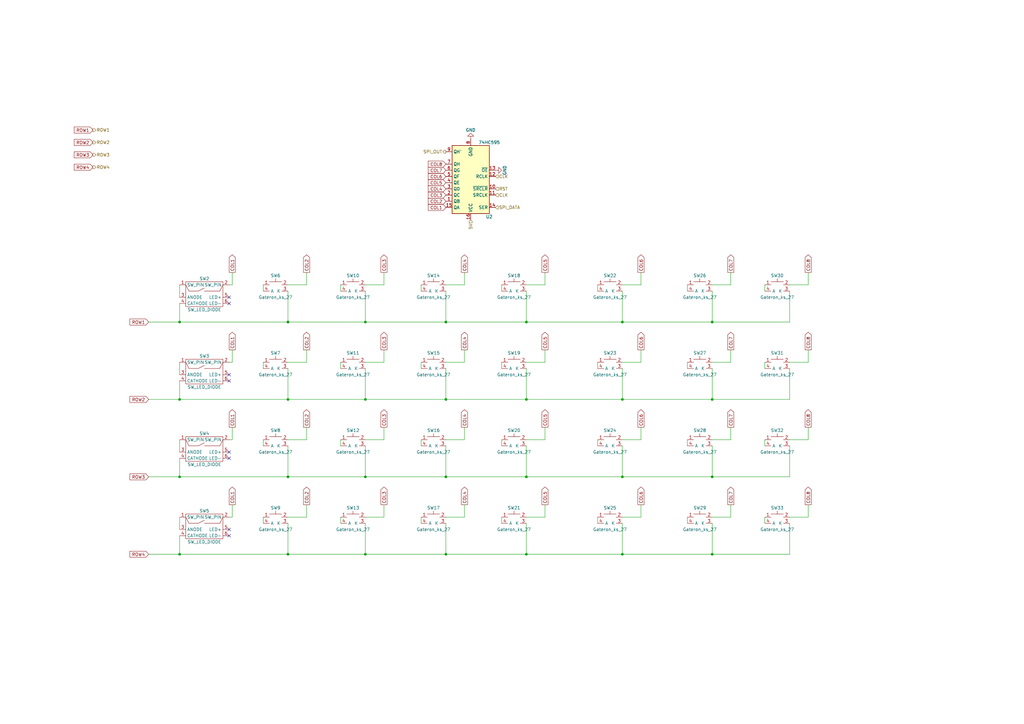
<source format=kicad_sch>
(kicad_sch (version 20211123) (generator eeschema)
  (paper "A3")
  (lib_symbols
    (symbol "74xx:74HC595"
      (property "Reference" "U" (at -7.62 13.97 0))
      (property "Value" "74HC595" (at -7.62 -16.51 0))
      (symbol "74HC595_1_0"
        (pin tri_state line (at 10.16 7.62 180) (length 2.54) (name "QB") (number "1"))
        (pin input line (at -10.16 2.54 0) (length 2.54) (name "~{SRCLR}") (number "10"))
        (pin input line (at -10.16 5.08 0) (length 2.54) (name "SRCLK") (number "11"))
        (pin input line (at -10.16 -2.54 0) (length 2.54) (name "RCLK") (number "12"))
        (pin input line (at -10.16 -5.08 0) (length 2.54) (name "~{OE}") (number "13"))
        (pin input line (at -10.16 10.16 0) (length 2.54) (name "SER") (number "14"))
        (pin tri_state line (at 10.16 10.16 180) (length 2.54) (name "QA") (number "15"))
        (pin power_in line (at 0 15.24 270) (length 2.54) (name "VCC") (number "16"))
        (pin tri_state line (at 10.16 5.08 180) (length 2.54) (name "QC") (number "2"))
        (pin tri_state line (at 10.16 2.54 180) (length 2.54) (name "QD") (number "3"))
        (pin tri_state line (at 10.16 0 180) (length 2.54) (name "QE") (number "4"))
        (pin tri_state line (at 10.16 -2.54 180) (length 2.54) (name "QF") (number "5"))
        (pin tri_state line (at 10.16 -5.08 180) (length 2.54) (name "QG") (number "6"))
        (pin tri_state line (at 10.16 -7.62 180) (length 2.54) (name "QH") (number "7"))
        (pin power_in line (at 0 -17.78 90) (length 2.54) (name "GND") (number "8"))
        (pin output line (at 10.16 -12.7 180) (length 2.54) (name "QH'") (number "9"))
      )
      (symbol "74HC595_1_1"
        (rectangle (start -7.62 12.7) (end 7.62 -15.24) (stroke (width 0.254)) (fill (type background)))
      )
    )
    (symbol "Keyboard:Gateron_ks_27"
      (property "Reference" "SW" (at 5.08 3.81 0))
      (property "Value" "Gateron_ks_27" (at 5.08 -5.08 0))
      (symbol "Gateron_ks_27_0_1"
        (rectangle (start 2.54 1.27) (end 7.62 1.27))
        (rectangle (start 5.08 2.54) (end 5.08 1.27))
      )
      (symbol "Gateron_ks_27_1_1"
        (pin passive line (at 0 0 0) (length 2.54) (name "") (number "1"))
        (pin passive line (at 10.16 0 180) (length 2.54) (name "") (number "2"))
        (pin passive line (at 10.16 -2.54 180) (length 2.54) (name "K") (number "3"))
        (pin passive line (at 0 -2.54 0) (length 2.54) (name "A") (number "4"))
      )
    )
    (symbol "Keyboard:SW_LED_DIODE"
      (property "Reference" "SW" (at 0 0 0))
      (property "Value" "SW_LED_DIODE" (at 0 -12.7 0))
      (symbol "SW_LED_DIODE_0_1"
        (polyline (pts (xy 0 -5.08) (xy 6.35 -5.08) (xy 7.62 -2.54)))
        (polyline (pts (xy -7.62 -2.54) (xy -6.35 -5.08) (xy -2.54 -5.08) (xy 0 -3.81)))
        (polyline (pts (xy -7.62 -1.27) (xy -7.62 -11.43) (xy 7.62 -11.43) (xy 7.62 -1.27) (xy -7.62 -1.27)))
      )
      (symbol "SW_LED_DIODE_1_1"
        (pin passive line (at -10.16 -2.54 0) (length 2.54) (name "SW_PIN") (number "1"))
        (pin passive line (at 10.16 -2.54 180) (length 2.54) (name "SW_PIN") (number "2"))
        (pin passive line (at -10.16 -7.62 0) (length 2.54) (name "ANODE") (number "3"))
        (pin passive line (at -10.16 -10.16 0) (length 2.54) (name "CATHODE") (number "4"))
        (pin passive line (at 10.16 -7.62 180) (length 2.54) (name "LED+") (number "5"))
        (pin passive line (at 10.16 -10.16 180) (length 2.54) (name "LED-") (number "6"))
      )
    )
    (symbol "power:GND" (power) (pin_names (offset 0))
      (property "Value" "GND" (at 0 -3.81 0))
      (symbol "GND_0_1"
        (polyline (pts (xy 0 0) (xy 0 -1.27) (xy 1.27 -1.27) (xy 0 -2.54) (xy -1.27 -1.27) (xy 0 -1.27)))
      )
      (symbol "GND_1_1"
        (pin power_in line (at 0 0 270) (length 0) hide (name "GND") (number "1"))
      )
    )
  )
  (junction (at 292.1 132.08))
  (junction (at 215.9 195.58))
  (junction (at 149.86 195.58))
  (junction (at 215.9 163.83))
  (junction (at 118.11 132.08))
  (junction (at 73.66 227.33))
  (junction (at 182.88 195.58))
  (junction (at 255.27 163.83))
  (junction (at 149.86 227.33))
  (junction (at 255.27 195.58))
  (junction (at 149.86 132.08))
  (junction (at 182.88 163.83))
  (junction (at 215.9 132.08))
  (junction (at 149.86 163.83))
  (junction (at 255.27 227.33))
  (junction (at 73.66 195.58))
  (junction (at 292.1 163.83))
  (junction (at 292.1 227.33))
  (junction (at 215.9 227.33))
  (junction (at 292.1 195.58))
  (junction (at 73.66 163.83))
  (junction (at 73.66 132.08))
  (junction (at 255.27 132.08))
  (junction (at 118.11 227.33))
  (junction (at 118.11 163.83))
  (junction (at 182.88 132.08))
  (junction (at 182.88 227.33))
  (junction (at 118.11 195.58))
  (no_connect (at 93.98 124.46))
  (no_connect (at 93.98 187.96))
  (no_connect (at 93.98 121.92))
  (no_connect (at 93.98 217.17))
  (no_connect (at 93.98 219.71))
  (no_connect (at 93.98 185.42))
  (no_connect (at 93.98 153.67))
  (no_connect (at 93.98 156.21))
  (wire (pts (xy 149.86 227.33) (xy 118.11 227.33)))
  (wire (pts (xy 245.11 148.59) (xy 245.11 151.13)))
  (wire (pts (xy 139.7 116.84) (xy 139.7 119.38)))
  (wire (pts (xy 182.88 212.09) (xy 190.5 212.09)))
  (wire (pts (xy 107.95 148.59) (xy 107.95 151.13)))
  (wire (pts (xy 149.86 132.08) (xy 182.88 132.08)))
  (wire (pts (xy 281.94 116.84) (xy 281.94 119.38)))
  (wire (pts (xy 281.94 212.09) (xy 281.94 214.63)))
  (wire (pts (xy 255.27 119.38) (xy 255.27 132.08)))
  (wire (pts (xy 323.85 180.34) (xy 331.47 180.34)))
  (wire (pts (xy 323.85 116.84) (xy 331.47 116.84)))
  (wire (pts (xy 125.73 148.59) (xy 125.73 143.51)))
  (wire (pts (xy 215.9 214.63) (xy 215.9 227.33)))
  (wire (pts (xy 299.72 116.84) (xy 299.72 111.76)))
  (wire (pts (xy 262.89 180.34) (xy 262.89 175.26)))
  (wire (pts (xy 292.1 180.34) (xy 299.72 180.34)))
  (wire (pts (xy 73.66 124.46) (xy 73.66 132.08)))
  (wire (pts (xy 182.88 151.13) (xy 182.88 163.83)))
  (wire (pts (xy 149.86 119.38) (xy 149.86 132.08)))
  (wire (pts (xy 73.66 227.33) (xy 118.11 227.33)))
  (wire (pts (xy 255.27 227.33) (xy 215.9 227.33)))
  (wire (pts (xy 190.5 148.59) (xy 190.5 143.51)))
  (wire (pts (xy 223.52 212.09) (xy 223.52 207.01)))
  (wire (pts (xy 118.11 214.63) (xy 118.11 227.33)))
  (wire (pts (xy 262.89 148.59) (xy 262.89 143.51)))
  (wire (pts (xy 323.85 195.58) (xy 292.1 195.58)))
  (wire (pts (xy 172.72 212.09) (xy 172.72 214.63)))
  (wire (pts (xy 182.88 182.88) (xy 182.88 195.58)))
  (wire (pts (xy 125.73 212.09) (xy 125.73 207.01)))
  (wire (pts (xy 205.74 148.59) (xy 205.74 151.13)))
  (wire (pts (xy 215.9 119.38) (xy 215.9 132.08)))
  (wire (pts (xy 149.86 180.34) (xy 157.48 180.34)))
  (wire (pts (xy 60.96 132.08) (xy 73.66 132.08)))
  (wire (pts (xy 331.47 116.84) (xy 331.47 111.76)))
  (wire (pts (xy 157.48 116.84) (xy 157.48 111.76)))
  (wire (pts (xy 95.25 143.51) (xy 95.25 148.59)))
  (wire (pts (xy 323.85 151.13) (xy 323.85 163.83)))
  (wire (pts (xy 172.72 180.34) (xy 172.72 182.88)))
  (wire (pts (xy 292.1 116.84) (xy 299.72 116.84)))
  (wire (pts (xy 292.1 119.38) (xy 292.1 132.08)))
  (wire (pts (xy 223.52 116.84) (xy 223.52 111.76)))
  (wire (pts (xy 255.27 163.83) (xy 215.9 163.83)))
  (wire (pts (xy 182.88 116.84) (xy 190.5 116.84)))
  (wire (pts (xy 292.1 227.33) (xy 255.27 227.33)))
  (wire (pts (xy 245.11 212.09) (xy 245.11 214.63)))
  (wire (pts (xy 73.66 163.83) (xy 118.11 163.83)))
  (wire (pts (xy 245.11 180.34) (xy 245.11 182.88)))
  (wire (pts (xy 215.9 182.88) (xy 215.9 195.58)))
  (wire (pts (xy 255.27 180.34) (xy 262.89 180.34)))
  (wire (pts (xy 292.1 148.59) (xy 299.72 148.59)))
  (wire (pts (xy 149.86 195.58) (xy 182.88 195.58)))
  (wire (pts (xy 118.11 212.09) (xy 125.73 212.09)))
  (wire (pts (xy 205.74 212.09) (xy 205.74 214.63)))
  (wire (pts (xy 157.48 212.09) (xy 157.48 207.01)))
  (wire (pts (xy 172.72 116.84) (xy 172.72 119.38)))
  (wire (pts (xy 73.66 219.71) (xy 73.66 227.33)))
  (wire (pts (xy 60.96 163.83) (xy 73.66 163.83)))
  (wire (pts (xy 149.86 163.83) (xy 118.11 163.83)))
  (wire (pts (xy 215.9 116.84) (xy 223.52 116.84)))
  (wire (pts (xy 323.85 119.38) (xy 323.85 132.08)))
  (wire (pts (xy 149.86 151.13) (xy 149.86 163.83)))
  (wire (pts (xy 149.86 148.59) (xy 157.48 148.59)))
  (wire (pts (xy 323.85 212.09) (xy 331.47 212.09)))
  (wire (pts (xy 182.88 148.59) (xy 190.5 148.59)))
  (wire (pts (xy 215.9 151.13) (xy 215.9 163.83)))
  (wire (pts (xy 215.9 227.33) (xy 182.88 227.33)))
  (wire (pts (xy 157.48 148.59) (xy 157.48 143.51)))
  (wire (pts (xy 125.73 180.34) (xy 125.73 175.26)))
  (wire (pts (xy 190.5 116.84) (xy 190.5 111.76)))
  (wire (pts (xy 313.69 212.09) (xy 313.69 214.63)))
  (wire (pts (xy 281.94 180.34) (xy 281.94 182.88)))
  (wire (pts (xy 118.11 116.84) (xy 125.73 116.84)))
  (wire (pts (xy 60.96 195.58) (xy 73.66 195.58)))
  (wire (pts (xy 139.7 212.09) (xy 139.7 214.63)))
  (wire (pts (xy 292.1 214.63) (xy 292.1 227.33)))
  (wire (pts (xy 313.69 116.84) (xy 313.69 119.38)))
  (wire (pts (xy 73.66 148.59) (xy 73.66 153.67)))
  (wire (pts (xy 255.27 148.59) (xy 262.89 148.59)))
  (wire (pts (xy 182.88 119.38) (xy 182.88 132.08)))
  (wire (pts (xy 323.85 227.33) (xy 292.1 227.33)))
  (wire (pts (xy 73.66 132.08) (xy 118.11 132.08)))
  (wire (pts (xy 182.88 214.63) (xy 182.88 227.33)))
  (wire (pts (xy 73.66 187.96) (xy 73.66 195.58)))
  (wire (pts (xy 73.66 156.21) (xy 73.66 163.83)))
  (wire (pts (xy 255.27 195.58) (xy 215.9 195.58)))
  (wire (pts (xy 149.86 214.63) (xy 149.86 227.33)))
  (wire (pts (xy 93.98 180.34) (xy 95.25 180.34)))
  (wire (pts (xy 262.89 212.09) (xy 262.89 207.01)))
  (wire (pts (xy 118.11 148.59) (xy 125.73 148.59)))
  (wire (pts (xy 107.95 116.84) (xy 107.95 119.38)))
  (wire (pts (xy 215.9 212.09) (xy 223.52 212.09)))
  (wire (pts (xy 118.11 151.13) (xy 118.11 163.83)))
  (wire (pts (xy 73.66 116.84) (xy 73.66 121.92)))
  (wire (pts (xy 190.5 212.09) (xy 190.5 207.01)))
  (wire (pts (xy 95.25 111.76) (xy 95.25 116.84)))
  (wire (pts (xy 323.85 163.83) (xy 292.1 163.83)))
  (wire (pts (xy 313.69 148.59) (xy 313.69 151.13)))
  (wire (pts (xy 292.1 195.58) (xy 255.27 195.58)))
  (wire (pts (xy 95.25 175.26) (xy 95.25 180.34)))
  (wire (pts (xy 292.1 182.88) (xy 292.1 195.58)))
  (wire (pts (xy 215.9 163.83) (xy 182.88 163.83)))
  (wire (pts (xy 157.48 180.34) (xy 157.48 175.26)))
  (wire (pts (xy 255.27 116.84) (xy 262.89 116.84)))
  (wire (pts (xy 223.52 148.59) (xy 223.52 143.51)))
  (wire (pts (xy 292.1 132.08) (xy 255.27 132.08)))
  (wire (pts (xy 281.94 148.59) (xy 281.94 151.13)))
  (wire (pts (xy 118.11 119.38) (xy 118.11 132.08)))
  (wire (pts (xy 331.47 212.09) (xy 331.47 207.01)))
  (wire (pts (xy 245.11 116.84) (xy 245.11 119.38)))
  (wire (pts (xy 292.1 212.09) (xy 299.72 212.09)))
  (wire (pts (xy 149.86 116.84) (xy 157.48 116.84)))
  (wire (pts (xy 323.85 182.88) (xy 323.85 195.58)))
  (wire (pts (xy 149.86 195.58) (xy 118.11 195.58)))
  (wire (pts (xy 299.72 148.59) (xy 299.72 143.51)))
  (wire (pts (xy 73.66 212.09) (xy 73.66 217.17)))
  (wire (pts (xy 149.86 182.88) (xy 149.86 195.58)))
  (wire (pts (xy 149.86 227.33) (xy 182.88 227.33)))
  (wire (pts (xy 73.66 195.58) (xy 118.11 195.58)))
  (wire (pts (xy 149.86 212.09) (xy 157.48 212.09)))
  (wire (pts (xy 118.11 182.88) (xy 118.11 195.58)))
  (wire (pts (xy 255.27 212.09) (xy 262.89 212.09)))
  (wire (pts (xy 205.74 116.84) (xy 205.74 119.38)))
  (wire (pts (xy 331.47 148.59) (xy 331.47 143.51)))
  (wire (pts (xy 299.72 180.34) (xy 299.72 175.26)))
  (wire (pts (xy 331.47 180.34) (xy 331.47 175.26)))
  (wire (pts (xy 93.98 148.59) (xy 95.25 148.59)))
  (wire (pts (xy 60.96 227.33) (xy 73.66 227.33)))
  (wire (pts (xy 149.86 163.83) (xy 182.88 163.83)))
  (wire (pts (xy 292.1 163.83) (xy 255.27 163.83)))
  (wire (pts (xy 125.73 116.84) (xy 125.73 111.76)))
  (wire (pts (xy 323.85 132.08) (xy 292.1 132.08)))
  (wire (pts (xy 190.5 180.34) (xy 190.5 175.26)))
  (wire (pts (xy 323.85 148.59) (xy 331.47 148.59)))
  (wire (pts (xy 255.27 214.63) (xy 255.27 227.33)))
  (wire (pts (xy 262.89 116.84) (xy 262.89 111.76)))
  (wire (pts (xy 255.27 182.88) (xy 255.27 195.58)))
  (wire (pts (xy 313.69 180.34) (xy 313.69 182.88)))
  (wire (pts (xy 107.95 212.09) (xy 107.95 214.63)))
  (wire (pts (xy 215.9 148.59) (xy 223.52 148.59)))
  (wire (pts (xy 215.9 195.58) (xy 182.88 195.58)))
  (wire (pts (xy 107.95 180.34) (xy 107.95 182.88)))
  (wire (pts (xy 172.72 148.59) (xy 172.72 151.13)))
  (wire (pts (xy 215.9 132.08) (xy 182.88 132.08)))
  (wire (pts (xy 139.7 148.59) (xy 139.7 151.13)))
  (wire (pts (xy 93.98 116.84) (xy 95.25 116.84)))
  (wire (pts (xy 73.66 180.34) (xy 73.66 185.42)))
  (wire (pts (xy 93.98 212.09) (xy 95.25 212.09)))
  (wire (pts (xy 215.9 180.34) (xy 223.52 180.34)))
  (wire (pts (xy 118.11 180.34) (xy 125.73 180.34)))
  (wire (pts (xy 292.1 151.13) (xy 292.1 163.83)))
  (wire (pts (xy 182.88 180.34) (xy 190.5 180.34)))
  (wire (pts (xy 255.27 151.13) (xy 255.27 163.83)))
  (wire (pts (xy 149.86 132.08) (xy 118.11 132.08)))
  (wire (pts (xy 299.72 212.09) (xy 299.72 207.01)))
  (wire (pts (xy 95.25 207.01) (xy 95.25 212.09)))
  (wire (pts (xy 223.52 180.34) (xy 223.52 175.26)))
  (wire (pts (xy 205.74 180.34) (xy 205.74 182.88)))
  (wire (pts (xy 255.27 132.08) (xy 215.9 132.08)))
  (wire (pts (xy 323.85 214.63) (xy 323.85 227.33)))
  (wire (pts (xy 139.7 180.34) (xy 139.7 182.88)))
  (global_label "COL5" (shape output) (at 223.52 111.76 90) (property "Intersheet References" "${INTERSHEET_REFS}" (effects hide)))
  (global_label "ROW1" (shape input) (at 38.1 53.34 180) (property "Intersheet References" "${INTERSHEET_REFS}" (effects hide)))
  (global_label "COL4" (shape input) (at 182.88 77.47 180) (property "Intersheet References" "${INTERSHEET_REFS}" (effects hide)))
  (global_label "ROW3" (shape input) (at 60.96 195.58 180) (property "Intersheet References" "${INTERSHEET_REFS}" (effects hide)))
  (global_label "COL1" (shape output) (at 95.25 111.76 90) (property "Intersheet References" "${INTERSHEET_REFS}" (effects hide)))
  (global_label "COL7" (shape output) (at 299.72 143.51 90) (property "Intersheet References" "${INTERSHEET_REFS}" (effects hide)))
  (global_label "COL4" (shape output) (at 190.5 143.51 90) (property "Intersheet References" "${INTERSHEET_REFS}" (effects hide)))
  (global_label "COL1" (shape input) (at 182.88 85.09 180) (property "Intersheet References" "${INTERSHEET_REFS}" (effects hide)))
  (global_label "COL6" (shape output) (at 262.89 143.51 90) (property "Intersheet References" "${INTERSHEET_REFS}" (effects hide)))
  (global_label "COL8" (shape input) (at 182.88 67.31 180) (property "Intersheet References" "${INTERSHEET_REFS}" (effects hide)))
  (global_label "COL8" (shape output) (at 331.47 207.01 90) (property "Intersheet References" "${INTERSHEET_REFS}" (effects hide)))
  (global_label "COL8" (shape output) (at 331.47 143.51 90) (property "Intersheet References" "${INTERSHEET_REFS}" (effects hide)))
  (global_label "COL4" (shape output) (at 190.5 175.26 90) (property "Intersheet References" "${INTERSHEET_REFS}" (effects hide)))
  (global_label "COL5" (shape output) (at 223.52 175.26 90) (property "Intersheet References" "${INTERSHEET_REFS}" (effects hide)))
  (global_label "ROW3" (shape input) (at 38.1 63.5 180) (property "Intersheet References" "${INTERSHEET_REFS}" (effects hide)))
  (global_label "COL8" (shape output) (at 331.47 175.26 90) (property "Intersheet References" "${INTERSHEET_REFS}" (effects hide)))
  (global_label "COL7" (shape output) (at 299.72 207.01 90) (property "Intersheet References" "${INTERSHEET_REFS}" (effects hide)))
  (global_label "COL7" (shape output) (at 299.72 111.76 90) (property "Intersheet References" "${INTERSHEET_REFS}" (effects hide)))
  (global_label "COL2" (shape output) (at 125.73 207.01 90) (property "Intersheet References" "${INTERSHEET_REFS}" (effects hide)))
  (global_label "COL3" (shape output) (at 157.48 207.01 90) (property "Intersheet References" "${INTERSHEET_REFS}" (effects hide)))
  (global_label "COL3" (shape output) (at 157.48 175.26 90) (property "Intersheet References" "${INTERSHEET_REFS}" (effects hide)))
  (global_label "COL4" (shape output) (at 190.5 207.01 90) (property "Intersheet References" "${INTERSHEET_REFS}" (effects hide)))
  (global_label "COL7" (shape output) (at 299.72 175.26 90) (property "Intersheet References" "${INTERSHEET_REFS}" (effects hide)))
  (global_label "COL1" (shape output) (at 95.25 175.26 90) (property "Intersheet References" "${INTERSHEET_REFS}" (effects hide)))
  (global_label "COL5" (shape output) (at 223.52 207.01 90) (property "Intersheet References" "${INTERSHEET_REFS}" (effects hide)))
  (global_label "COL2" (shape output) (at 125.73 111.76 90) (property "Intersheet References" "${INTERSHEET_REFS}" (effects hide)))
  (global_label "ROW4" (shape input) (at 60.96 227.33 180) (property "Intersheet References" "${INTERSHEET_REFS}" (effects hide)))
  (global_label "COL6" (shape output) (at 262.89 175.26 90) (property "Intersheet References" "${INTERSHEET_REFS}" (effects hide)))
  (global_label "COL2" (shape output) (at 125.73 175.26 90) (property "Intersheet References" "${INTERSHEET_REFS}" (effects hide)))
  (global_label "COL3" (shape input) (at 182.88 80.01 180) (property "Intersheet References" "${INTERSHEET_REFS}" (effects hide)))
  (global_label "COL7" (shape input) (at 182.88 69.85 180) (property "Intersheet References" "${INTERSHEET_REFS}" (effects hide)))
  (global_label "COL3" (shape output) (at 157.48 111.76 90) (property "Intersheet References" "${INTERSHEET_REFS}" (effects hide)))
  (global_label "COL6" (shape input) (at 182.88 72.39 180) (property "Intersheet References" "${INTERSHEET_REFS}" (effects hide)))
  (global_label "ROW1" (shape input) (at 60.96 132.08 180) (property "Intersheet References" "${INTERSHEET_REFS}" (effects hide)))
  (global_label "COL5" (shape output) (at 223.52 143.51 90) (property "Intersheet References" "${INTERSHEET_REFS}" (effects hide)))
  (global_label "COL2" (shape input) (at 182.88 82.55 180) (property "Intersheet References" "${INTERSHEET_REFS}" (effects hide)))
  (global_label "COL1" (shape output) (at 95.25 207.01 90) (property "Intersheet References" "${INTERSHEET_REFS}" (effects hide)))
  (global_label "COL6" (shape output) (at 262.89 207.01 90) (property "Intersheet References" "${INTERSHEET_REFS}" (effects hide)))
  (global_label "ROW2" (shape input) (at 38.1 58.42 180) (property "Intersheet References" "${INTERSHEET_REFS}" (effects hide)))
  (global_label "COL5" (shape input) (at 182.88 74.93 180) (property "Intersheet References" "${INTERSHEET_REFS}" (effects hide)))
  (global_label "COL8" (shape output) (at 331.47 111.76 90) (property "Intersheet References" "${INTERSHEET_REFS}" (effects hide)))
  (global_label "ROW2" (shape input) (at 60.96 163.83 180) (property "Intersheet References" "${INTERSHEET_REFS}" (effects hide)))
  (global_label "COL3" (shape output) (at 157.48 143.51 90) (property "Intersheet References" "${INTERSHEET_REFS}" (effects hide)))
  (global_label "ROW4" (shape input) (at 38.1 68.58 180) (property "Intersheet References" "${INTERSHEET_REFS}" (effects hide)))
  (global_label "COL4" (shape output) (at 190.5 111.76 90) (property "Intersheet References" "${INTERSHEET_REFS}" (effects hide)))
  (global_label "COL2" (shape output) (at 125.73 143.51 90) (property "Intersheet References" "${INTERSHEET_REFS}" (effects hide)))
  (global_label "COL1" (shape output) (at 95.25 143.51 90) (property "Intersheet References" "${INTERSHEET_REFS}" (effects hide)))
  (global_label "COL6" (shape output) (at 262.89 111.76 90) (property "Intersheet References" "${INTERSHEET_REFS}" (effects hide)))
  (hierarchical_label "CLK" (shape input) (at 203.2 80.01 0))
  (hierarchical_label "ROW4" (shape output) (at 38.1 68.58 0))
  (hierarchical_label "ROW3" (shape output) (at 38.1 63.5 0))
  (hierarchical_label "SPI_DATA" (shape input) (at 203.2 85.09 0))
  (hierarchical_label "ROW1" (shape output) (at 38.1 53.34 0))
  (hierarchical_label "CLK" (shape input) (at 203.2 72.39 0))
  (hierarchical_label "5V" (shape input) (at 193.04 90.17 270))
  (hierarchical_label "SPI_OUT" (shape output) (at 182.88 62.23 180))
  (hierarchical_label "ROW2" (shape output) (at 38.1 58.42 0))
  (hierarchical_label "RST" (shape input) (at 203.2 77.47 0))
  (symbol (lib_id "Keyboard:Gateron_ks_27") (at 281.94 148.59 0) (unit 1)
    (property "Reference" "SW27" (at 287.02 144.78 0))
    (property "Value" "Gateron_ks_27" (at 287.02 153.67 0))
    (property "Footprint" "Keyboard:Gateron_ks_27" (effects hide))
  )
  (symbol (lib_id "Keyboard:Gateron_ks_27") (at 172.72 148.59 0) (unit 1)
    (property "Reference" "SW15" (at 177.8 144.78 0))
    (property "Value" "Gateron_ks_27" (at 177.8 153.67 0))
    (property "Footprint" "Keyboard:Gateron_ks_27" (effects hide))
  )
  (symbol (lib_id "Keyboard:Gateron_ks_27") (at 205.74 148.59 0) (unit 1)
    (property "Reference" "SW19" (at 210.82 144.78 0))
    (property "Value" "Gateron_ks_27" (at 210.82 153.67 0))
    (property "Footprint" "Keyboard:Gateron_ks_27" (effects hide))
  )
  (symbol (lib_id "power:GND") (at 193.04 57.15 180) (unit 1)
    (property "Reference" "#PWR0109" (effects hide))
    (property "Value" "GND" (at 193.04 53.34 0))
  )
  (symbol (lib_id "Keyboard:SW_LED_DIODE") (at 83.82 209.55 0) (unit 1)
    (property "Reference" "SW5" (at 83.82 209.55 0))
    (property "Value" "SW_LED_DIODE" (at 83.82 222.25 0))
    (property "Footprint" "Keyboard:SW_LED_ext_DIODE" (effects hide))
  )
  (symbol (lib_id "Keyboard:Gateron_ks_27") (at 139.7 212.09 0) (unit 1)
    (property "Reference" "SW13" (at 144.78 208.28 0))
    (property "Value" "Gateron_ks_27" (at 144.78 217.17 0))
    (property "Footprint" "Keyboard:Gateron_ks_27" (effects hide))
  )
  (symbol (lib_id "Keyboard:Gateron_ks_27") (at 245.11 116.84 0) (unit 1)
    (property "Reference" "SW22" (at 250.19 113.03 0))
    (property "Value" "Gateron_ks_27" (at 250.19 121.92 0))
    (property "Footprint" "Keyboard:Gateron_ks_27" (effects hide))
  )
  (symbol (lib_id "Keyboard:SW_LED_DIODE") (at 83.82 177.8 0) (unit 1)
    (property "Reference" "SW4" (at 83.82 177.8 0))
    (property "Value" "SW_LED_DIODE" (at 83.82 190.5 0))
    (property "Footprint" "Keyboard:SW_LED_ext_DIODE" (effects hide))
  )
  (symbol (lib_id "Keyboard:Gateron_ks_27") (at 313.69 116.84 0) (unit 1)
    (property "Reference" "SW30" (at 318.77 113.03 0))
    (property "Value" "Gateron_ks_27" (at 318.77 121.92 0))
    (property "Footprint" "Keyboard:Gateron_ks_27" (effects hide))
  )
  (symbol (lib_id "Keyboard:Gateron_ks_27") (at 245.11 180.34 0) (unit 1)
    (property "Reference" "SW24" (at 250.19 176.53 0))
    (property "Value" "Gateron_ks_27" (at 250.19 185.42 0))
    (property "Footprint" "Keyboard:Gateron_ks_27" (effects hide))
  )
  (symbol (lib_id "Keyboard:Gateron_ks_27") (at 313.69 212.09 0) (unit 1)
    (property "Reference" "SW33" (at 318.77 208.28 0))
    (property "Value" "Gateron_ks_27" (at 318.77 217.17 0))
    (property "Footprint" "Keyboard:Gateron_ks_27" (effects hide))
  )
  (symbol (lib_id "Keyboard:Gateron_ks_27") (at 281.94 180.34 0) (unit 1)
    (property "Reference" "SW28" (at 287.02 176.53 0))
    (property "Value" "Gateron_ks_27" (at 287.02 185.42 0))
    (property "Footprint" "Keyboard:Gateron_ks_27" (effects hide))
  )
  (symbol (lib_id "Keyboard:Gateron_ks_27") (at 245.11 148.59 0) (unit 1)
    (property "Reference" "SW23" (at 250.19 144.78 0))
    (property "Value" "Gateron_ks_27" (at 250.19 153.67 0))
    (property "Footprint" "Keyboard:Gateron_ks_27" (effects hide))
  )
  (symbol (lib_id "Keyboard:Gateron_ks_27") (at 281.94 116.84 0) (unit 1)
    (property "Reference" "SW26" (at 287.02 113.03 0))
    (property "Value" "Gateron_ks_27" (at 287.02 121.92 0))
    (property "Footprint" "Keyboard:Gateron_ks_27" (effects hide))
  )
  (symbol (lib_id "Keyboard:Gateron_ks_27") (at 172.72 212.09 0) (unit 1)
    (property "Reference" "SW17" (at 177.8 208.28 0))
    (property "Value" "Gateron_ks_27" (at 177.8 217.17 0))
    (property "Footprint" "Keyboard:Gateron_ks_27" (effects hide))
  )
  (symbol (lib_id "Keyboard:Gateron_ks_27") (at 205.74 116.84 0) (unit 1)
    (property "Reference" "SW18" (at 210.82 113.03 0))
    (property "Value" "Gateron_ks_27" (at 210.82 121.92 0))
    (property "Footprint" "Keyboard:Gateron_ks_27" (effects hide))
  )
  (symbol (lib_id "74xx:74HC595") (at 193.04 74.93 180) (unit 1)
    (property "Reference" "U2" (at 200.66 88.9 0))
    (property "Value" "74HC595" (at 200.66 58.42 0))
    (property "Footprint" "Package_DIP:DIP-16_W7.62mm_Socket" (effects hide))
    (property "Datasheet" "http://www.ti.com/lit/ds/symlink/sn74hc595.pdf" (effects hide))
  )
  (symbol (lib_id "Keyboard:Gateron_ks_27") (at 107.95 148.59 0) (unit 1)
    (property "Reference" "SW7" (at 113.03 144.78 0))
    (property "Value" "Gateron_ks_27" (at 113.03 153.67 0))
    (property "Footprint" "Keyboard:Gateron_ks_27" (effects hide))
  )
  (symbol (lib_id "Keyboard:Gateron_ks_27") (at 139.7 148.59 0) (unit 1)
    (property "Reference" "SW11" (at 144.78 144.78 0))
    (property "Value" "Gateron_ks_27" (at 144.78 153.67 0))
    (property "Footprint" "Keyboard:Gateron_ks_27" (effects hide))
  )
  (symbol (lib_id "Keyboard:Gateron_ks_27") (at 281.94 212.09 0) (unit 1)
    (property "Reference" "SW29" (at 287.02 208.28 0))
    (property "Value" "Gateron_ks_27" (at 287.02 217.17 0))
    (property "Footprint" "Keyboard:Gateron_ks_27" (effects hide))
  )
  (symbol (lib_id "Keyboard:Gateron_ks_27") (at 313.69 148.59 0) (unit 1)
    (property "Reference" "SW31" (at 318.77 144.78 0))
    (property "Value" "Gateron_ks_27" (at 318.77 153.67 0))
    (property "Footprint" "Keyboard:Gateron_ks_27" (effects hide))
  )
  (symbol (lib_id "Keyboard:Gateron_ks_27") (at 107.95 116.84 0) (unit 1)
    (property "Reference" "SW6" (at 113.03 113.03 0))
    (property "Value" "Gateron_ks_27" (at 113.03 121.92 0))
    (property "Footprint" "Keyboard:Gateron_ks_27" (effects hide))
  )
  (symbol (lib_id "Keyboard:Gateron_ks_27") (at 245.11 212.09 0) (unit 1)
    (property "Reference" "SW25" (at 250.19 208.28 0))
    (property "Value" "Gateron_ks_27" (at 250.19 217.17 0))
    (property "Footprint" "Keyboard:Gateron_ks_27" (effects hide))
  )
  (symbol (lib_id "Keyboard:Gateron_ks_27") (at 205.74 180.34 0) (unit 1)
    (property "Reference" "SW20" (at 210.82 176.53 0))
    (property "Value" "Gateron_ks_27" (at 210.82 185.42 0))
    (property "Footprint" "Keyboard:Gateron_ks_27" (effects hide))
  )
  (symbol (lib_id "power:GND") (at 203.2 69.85 90) (unit 1)
    (property "Reference" "#PWR0110" (effects hide))
    (property "Value" "GND" (at 207.01 69.85 0))
  )
  (symbol (lib_id "Keyboard:Gateron_ks_27") (at 107.95 212.09 0) (unit 1)
    (property "Reference" "SW9" (at 113.03 208.28 0))
    (property "Value" "Gateron_ks_27" (at 113.03 217.17 0))
    (property "Footprint" "Keyboard:Gateron_ks_27" (effects hide))
  )
  (symbol (lib_id "Keyboard:Gateron_ks_27") (at 172.72 180.34 0) (unit 1)
    (property "Reference" "SW16" (at 177.8 176.53 0))
    (property "Value" "Gateron_ks_27" (at 177.8 185.42 0))
    (property "Footprint" "Keyboard:Gateron_ks_27" (effects hide))
  )
  (symbol (lib_id "Keyboard:Gateron_ks_27") (at 107.95 180.34 0) (unit 1)
    (property "Reference" "SW8" (at 113.03 176.53 0))
    (property "Value" "Gateron_ks_27" (at 113.03 185.42 0))
    (property "Footprint" "Keyboard:Gateron_ks_27" (effects hide))
  )
  (symbol (lib_id "Keyboard:SW_LED_DIODE") (at 83.82 146.05 0) (unit 1)
    (property "Reference" "SW3" (at 83.82 146.05 0))
    (property "Value" "SW_LED_DIODE" (at 83.82 158.75 0))
    (property "Footprint" "Keyboard:SW_LED_ext_DIODE" (effects hide))
  )
  (symbol (lib_id "Keyboard:Gateron_ks_27") (at 139.7 116.84 0) (unit 1)
    (property "Reference" "SW10" (at 144.78 113.03 0))
    (property "Value" "Gateron_ks_27" (at 144.78 121.92 0))
    (property "Footprint" "Keyboard:Gateron_ks_27" (effects hide))
  )
  (symbol (lib_id "Keyboard:Gateron_ks_27") (at 205.74 212.09 0) (unit 1)
    (property "Reference" "SW21" (at 210.82 208.28 0))
    (property "Value" "Gateron_ks_27" (at 210.82 217.17 0))
    (property "Footprint" "Keyboard:Gateron_ks_27" (effects hide))
  )
  (symbol (lib_id "Keyboard:SW_LED_DIODE") (at 83.82 114.3 0) (unit 1)
    (property "Reference" "SW2" (at 83.82 114.3 0))
    (property "Value" "SW_LED_DIODE" (at 83.82 127 0))
    (property "Footprint" "Keyboard:SW_LED_ext_DIODE" (effects hide))
  )
  (symbol (lib_id "Keyboard:Gateron_ks_27") (at 139.7 180.34 0) (unit 1)
    (property "Reference" "SW12" (at 144.78 176.53 0))
    (property "Value" "Gateron_ks_27" (at 144.78 185.42 0))
    (property "Footprint" "Keyboard:Gateron_ks_27" (effects hide))
  )
  (symbol (lib_id "Keyboard:Gateron_ks_27") (at 172.72 116.84 0) (unit 1)
    (property "Reference" "SW14" (at 177.8 113.03 0))
    (property "Value" "Gateron_ks_27" (at 177.8 121.92 0))
    (property "Footprint" "Keyboard:Gateron_ks_27" (effects hide))
  )
  (symbol (lib_id "Keyboard:Gateron_ks_27") (at 313.69 180.34 0) (unit 1)
    (property "Reference" "SW32" (at 318.77 176.53 0))
    (property "Value" "Gateron_ks_27" (at 318.77 185.42 0))
    (property "Footprint" "Keyboard:Gateron_ks_27" (effects hide))
  )
)
</source>
